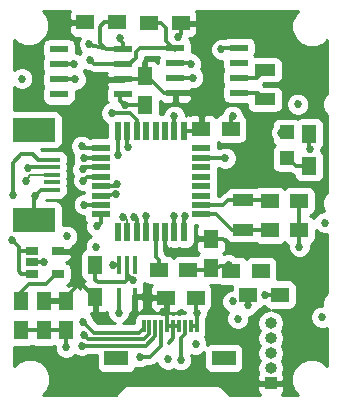
<source format=gtl>
G04 #@! TF.FileFunction,Copper,L1,Top,Signal*
%FSLAX46Y46*%
G04 Gerber Fmt 4.6, Leading zero omitted, Abs format (unit mm)*
G04 Created by KiCad (PCBNEW 4.0.5) date 05/13/17 18:28:42*
%MOMM*%
%LPD*%
G01*
G04 APERTURE LIST*
%ADD10C,0.100000*%
%ADD11R,0.300000X1.000000*%
%ADD12R,2.000000X1.300000*%
%ADD13R,1.500000X1.250000*%
%ADD14R,1.250000X1.500000*%
%ADD15R,3.600000X2.000000*%
%ADD16R,1.380000X0.400000*%
%ADD17R,1.000000X1.000000*%
%ADD18O,1.000000X1.000000*%
%ADD19R,1.500000X1.300000*%
%ADD20R,1.300000X1.500000*%
%ADD21R,1.060000X0.650000*%
%ADD22R,1.600000X0.550000*%
%ADD23R,0.550000X1.600000*%
%ADD24R,1.550000X0.600000*%
%ADD25R,0.400000X1.500000*%
%ADD26R,1.800000X1.000000*%
%ADD27R,1.200000X1.200000*%
%ADD28C,0.685800*%
%ADD29C,0.300000*%
%ADD30C,0.152400*%
%ADD31C,0.254000*%
G04 APERTURE END LIST*
D10*
D11*
X115050000Y-81923000D03*
X114550000Y-81923000D03*
X114050000Y-81923000D03*
X113550000Y-81923000D03*
X113050000Y-81923000D03*
X115550000Y-81923000D03*
X116050000Y-81923000D03*
X116550000Y-81923000D03*
X117050000Y-81923000D03*
X117550000Y-81923000D03*
D12*
X110750000Y-84623000D03*
X119850000Y-84623000D03*
D13*
X117939500Y-65214500D03*
X120439500Y-65214500D03*
D14*
X118745000Y-74505500D03*
X118745000Y-77005500D03*
D13*
X114320000Y-77152500D03*
X116820000Y-77152500D03*
X122979500Y-77216000D03*
X120479500Y-77216000D03*
D14*
X102679500Y-82276000D03*
X102679500Y-79776000D03*
X106489500Y-79776000D03*
X106489500Y-82276000D03*
D13*
X126218000Y-73787000D03*
X123718000Y-73787000D03*
X126218000Y-71310500D03*
X123718000Y-71310500D03*
D14*
X113157000Y-63226000D03*
X113157000Y-60726000D03*
D13*
X114955000Y-79502000D03*
X117455000Y-79502000D03*
D14*
X104584500Y-79776000D03*
X104584500Y-82276000D03*
D15*
X103748000Y-65288000D03*
X103748000Y-72888000D03*
D16*
X105283000Y-67818000D03*
X105283000Y-69088000D03*
X105283000Y-70358000D03*
X105283000Y-68453000D03*
X105283000Y-69723000D03*
D17*
X123825000Y-86741000D03*
D18*
X123825000Y-85471000D03*
X123825000Y-84201000D03*
X123825000Y-82931000D03*
X123825000Y-81661000D03*
D19*
X124603500Y-79248000D03*
X121903500Y-79248000D03*
X116221500Y-56261000D03*
X113521500Y-56261000D03*
X108124000Y-56197500D03*
X110824000Y-56197500D03*
D20*
X108966000Y-79455000D03*
X108966000Y-76755000D03*
D21*
X103611500Y-75567500D03*
X103611500Y-76517500D03*
X103611500Y-77467500D03*
X105811500Y-77467500D03*
X105811500Y-75567500D03*
D22*
X117915000Y-72459500D03*
X117915000Y-71659500D03*
X117915000Y-70859500D03*
X117915000Y-70059500D03*
X117915000Y-69259500D03*
X117915000Y-68459500D03*
X117915000Y-67659500D03*
X117915000Y-66859500D03*
D23*
X116465000Y-65409500D03*
X115665000Y-65409500D03*
X114865000Y-65409500D03*
X114065000Y-65409500D03*
X113265000Y-65409500D03*
X112465000Y-65409500D03*
X111665000Y-65409500D03*
X110865000Y-65409500D03*
D22*
X109415000Y-66859500D03*
X109415000Y-67659500D03*
X109415000Y-68459500D03*
X109415000Y-69259500D03*
X109415000Y-70059500D03*
X109415000Y-70859500D03*
X109415000Y-71659500D03*
X109415000Y-72459500D03*
D23*
X110865000Y-73909500D03*
X111665000Y-73909500D03*
X112465000Y-73909500D03*
X113265000Y-73909500D03*
X114065000Y-73909500D03*
X114865000Y-73909500D03*
X115665000Y-73909500D03*
X116465000Y-73909500D03*
D24*
X105885000Y-58483500D03*
X105885000Y-59753500D03*
X105885000Y-61023500D03*
X105885000Y-62293500D03*
X111285000Y-62293500D03*
X111285000Y-61023500D03*
X111285000Y-59753500D03*
X111285000Y-58483500D03*
X121127500Y-62166500D03*
X121127500Y-60896500D03*
X121127500Y-59626500D03*
X121127500Y-58356500D03*
X115727500Y-58356500D03*
X115727500Y-59626500D03*
X115727500Y-60896500D03*
X115727500Y-62166500D03*
D25*
X112283000Y-76775000D03*
X111633000Y-76775000D03*
X110983000Y-76775000D03*
X110983000Y-79435000D03*
X112283000Y-79435000D03*
D26*
X121475500Y-73767000D03*
X121475500Y-71267000D03*
X123317000Y-62718000D03*
X123317000Y-60218000D03*
D27*
X125158500Y-65511500D03*
X125158500Y-67711500D03*
D20*
X127063500Y-68342500D03*
X127063500Y-65642500D03*
D28*
X114681000Y-80708500D03*
X115951000Y-57467500D03*
X107188000Y-59753500D03*
X127127000Y-66929000D03*
X120269000Y-76708000D03*
X104648000Y-76454000D03*
X110426500Y-76771500D03*
X113220500Y-72580500D03*
X117538500Y-80772000D03*
X111442500Y-63182500D03*
X115633500Y-64135000D03*
X120586500Y-64135000D03*
X126238000Y-75184000D03*
X103822500Y-70929500D03*
X119634000Y-58483500D03*
X106489500Y-83693000D03*
X122999500Y-77216000D03*
X121856500Y-80137000D03*
X111315500Y-72644000D03*
X115125500Y-84709000D03*
X101917500Y-74612500D03*
X101981000Y-70802500D03*
X103124000Y-69659500D03*
X109093000Y-73469500D03*
X103251000Y-68516500D03*
X108013500Y-71628000D03*
X117475000Y-83439000D03*
X116522500Y-72580500D03*
X115633500Y-72580500D03*
X110934500Y-80772000D03*
X112712500Y-84518500D03*
X110744000Y-70739000D03*
X106553000Y-74295000D03*
X107823000Y-83566000D03*
X108013500Y-82677000D03*
X109029500Y-75184000D03*
X107886500Y-68643500D03*
X107950000Y-69596000D03*
X107886500Y-81534000D03*
X116205000Y-84772500D03*
X112268000Y-72644000D03*
X123317000Y-79248000D03*
X121031000Y-81280000D03*
X102743000Y-60960000D03*
X108521500Y-59372500D03*
X107823000Y-66675000D03*
X108458000Y-58039000D03*
X108013500Y-67691000D03*
X117030500Y-59690000D03*
X111061500Y-57531000D03*
X117221000Y-60896500D03*
X120586500Y-79819500D03*
X112141000Y-78041500D03*
X126111000Y-63119000D03*
X111760000Y-66738500D03*
X110871000Y-67437000D03*
X128397000Y-73152000D03*
X128143000Y-81153000D03*
X110807500Y-69850000D03*
X110363000Y-63881000D03*
X107251500Y-61023500D03*
X119951500Y-67691000D03*
X124714000Y-65532000D03*
D29*
X115550000Y-81923000D02*
X115550000Y-82951000D01*
X115550000Y-82951000D02*
X115189000Y-83312000D01*
X106489500Y-79776000D02*
X106489500Y-79438500D01*
X106489500Y-79438500D02*
X107696000Y-78232000D01*
X108919000Y-79455000D02*
X107696000Y-78232000D01*
X108966000Y-79455000D02*
X108919000Y-79455000D01*
X115050000Y-81923000D02*
X115050000Y-81077500D01*
X114955000Y-80434500D02*
X114681000Y-80708500D01*
X114955000Y-80434500D02*
X114955000Y-79502000D01*
X115050000Y-81077500D02*
X114681000Y-80708500D01*
X116221500Y-56261000D02*
X116221500Y-57197000D01*
X116221500Y-57197000D02*
X115951000Y-57467500D01*
X118745000Y-74505500D02*
X119781000Y-74505500D01*
X119781000Y-74505500D02*
X120269000Y-74993500D01*
X115727500Y-62166500D02*
X114744500Y-62166500D01*
X114744500Y-62166500D02*
X113304000Y-60726000D01*
X113304000Y-60726000D02*
X113157000Y-60726000D01*
X111094500Y-61023500D02*
X112669000Y-61023500D01*
X112669000Y-61023500D02*
X112966500Y-60726000D01*
X114865000Y-73909500D02*
X114865000Y-75558500D01*
X114865000Y-75558500D02*
X114871500Y-75565000D01*
X106810500Y-79455000D02*
X106489500Y-79776000D01*
X116050000Y-81923000D02*
X115550000Y-81923000D01*
X115050000Y-81923000D02*
X115550000Y-81923000D01*
X116465000Y-65409500D02*
X117744500Y-65409500D01*
X117744500Y-65409500D02*
X117939500Y-65214500D01*
X127063500Y-65642500D02*
X127063500Y-66865500D01*
X127063500Y-66865500D02*
X127127000Y-66929000D01*
X120225500Y-76751500D02*
X120269000Y-76708000D01*
X120225500Y-76751500D02*
X118745000Y-77005500D01*
X103611500Y-76517500D02*
X104584500Y-76517500D01*
X104584500Y-76517500D02*
X104648000Y-76454000D01*
X110983000Y-76775000D02*
X110411500Y-76756500D01*
X110411500Y-76756500D02*
X110426500Y-76771500D01*
X113265000Y-73909500D02*
X113265000Y-72625000D01*
X113265000Y-72625000D02*
X113220500Y-72580500D01*
X116820000Y-77152500D02*
X118598000Y-77152500D01*
X118598000Y-77152500D02*
X118745000Y-77005500D01*
X117455000Y-79502000D02*
X117455000Y-80688500D01*
X117550000Y-80783500D02*
X117538500Y-80772000D01*
X117550000Y-80783500D02*
X117550000Y-81923000D01*
X117455000Y-80688500D02*
X117538500Y-80772000D01*
X117050000Y-81923000D02*
X117550000Y-81923000D01*
X111094500Y-62293500D02*
X111094500Y-62834500D01*
X111486000Y-63226000D02*
X111442500Y-63182500D01*
X111486000Y-63226000D02*
X112966500Y-63226000D01*
X111094500Y-62834500D02*
X111442500Y-63182500D01*
X115665000Y-65409500D02*
X115665000Y-64166500D01*
X115665000Y-64166500D02*
X115633500Y-64135000D01*
X120439500Y-65214500D02*
X120439500Y-64282000D01*
X120439500Y-64282000D02*
X120586500Y-64135000D01*
X126218000Y-71310500D02*
X126218000Y-73787000D01*
X126218000Y-73787000D02*
X126238000Y-73807000D01*
X126238000Y-73807000D02*
X126238000Y-75184000D01*
X105694500Y-59753500D02*
X107188000Y-59753500D01*
X103748000Y-72888000D02*
X103748000Y-71004000D01*
X104394000Y-70358000D02*
X103822500Y-70929500D01*
X104394000Y-70358000D02*
X105283000Y-70358000D01*
X103748000Y-71004000D02*
X103822500Y-70929500D01*
X121127500Y-58356500D02*
X119761000Y-58356500D01*
X119761000Y-58356500D02*
X119634000Y-58483500D01*
X102679500Y-82276000D02*
X104584500Y-82276000D01*
X104584500Y-82276000D02*
X106489500Y-82276000D01*
X106489500Y-82276000D02*
X106489500Y-83693000D01*
X114065000Y-73909500D02*
X114065000Y-76028500D01*
X114320000Y-76283500D02*
X114320000Y-77152500D01*
X114065000Y-76028500D02*
X114320000Y-76283500D01*
X114065000Y-76897500D02*
X114320000Y-77152500D01*
X122999500Y-77216000D02*
X122979500Y-77216000D01*
X121903500Y-79248000D02*
X121903500Y-80090000D01*
X121903500Y-80090000D02*
X121856500Y-80137000D01*
D30*
X111665000Y-73909500D02*
X111665000Y-72803000D01*
X111665000Y-72803000D02*
X111315500Y-72644000D01*
D29*
X105811500Y-77467500D02*
X105666500Y-77467500D01*
X105666500Y-77467500D02*
X104775000Y-78359000D01*
X104775000Y-78359000D02*
X103314500Y-78359000D01*
X103314500Y-78359000D02*
X102679500Y-78994000D01*
X102679500Y-78994000D02*
X102679500Y-79776000D01*
X121475500Y-73767000D02*
X123698000Y-73767000D01*
X123698000Y-73767000D02*
X123718000Y-73787000D01*
X117915000Y-72459500D02*
X119195500Y-72459500D01*
X120503000Y-73767000D02*
X121475500Y-73767000D01*
X119195500Y-72459500D02*
X120503000Y-73767000D01*
X121475500Y-71267000D02*
X123674500Y-71267000D01*
X123674500Y-71267000D02*
X123718000Y-71310500D01*
X117915000Y-71659500D02*
X119793000Y-71659500D01*
X120185500Y-71267000D02*
X121475500Y-71267000D01*
X119793000Y-71659500D02*
X120185500Y-71267000D01*
X105283000Y-67818000D02*
X104140000Y-67818000D01*
X102489000Y-75184000D02*
X102489000Y-75755500D01*
X101917500Y-74612500D02*
X102489000Y-75184000D01*
X101981000Y-68072000D02*
X101981000Y-70802500D01*
X102679500Y-67373500D02*
X101981000Y-68072000D01*
X103695500Y-67373500D02*
X102679500Y-67373500D01*
X104140000Y-67818000D02*
X103695500Y-67373500D01*
X103611500Y-75567500D02*
X102677000Y-75567500D01*
X102677000Y-77467500D02*
X103611500Y-77467500D01*
X102489000Y-77279500D02*
X102677000Y-77467500D01*
X102489000Y-75755500D02*
X102489000Y-77279500D01*
X102677000Y-75567500D02*
X102489000Y-75755500D01*
X109415000Y-72459500D02*
X109415000Y-73147500D01*
D30*
X103441500Y-69088000D02*
X105283000Y-69088000D01*
X103124000Y-69659500D02*
X103441500Y-69088000D01*
D29*
X109415000Y-73147500D02*
X109093000Y-73469500D01*
X109415000Y-71659500D02*
X108045000Y-71659500D01*
X103314500Y-68453000D02*
X105283000Y-68453000D01*
X103251000Y-68516500D02*
X103314500Y-68453000D01*
X108045000Y-71659500D02*
X108013500Y-71628000D01*
X116465000Y-73909500D02*
X116465000Y-72459500D01*
X116465000Y-72459500D02*
X116522500Y-72580500D01*
X115665000Y-73909500D02*
X115665000Y-72739000D01*
X115665000Y-72739000D02*
X115633500Y-72580500D01*
X114550000Y-82681000D02*
X114550000Y-83570000D01*
X110983000Y-79435000D02*
X110983000Y-80723500D01*
X110934500Y-80772000D02*
X110983000Y-80723500D01*
X114550000Y-82681000D02*
X114550000Y-81923000D01*
X113601500Y-84518500D02*
X112712500Y-84518500D01*
X114550000Y-83570000D02*
X113601500Y-84518500D01*
X114050000Y-81923000D02*
X114050000Y-82736500D01*
X110737500Y-70732500D02*
X109415000Y-70859500D01*
X110744000Y-70739000D02*
X110737500Y-70732500D01*
X113220500Y-83566000D02*
X107823000Y-83566000D01*
X114050000Y-82736500D02*
X113220500Y-83566000D01*
X113550000Y-82588800D02*
X113550000Y-81923000D01*
X108381800Y-83045300D02*
X108013500Y-82677000D01*
X113093500Y-83045300D02*
X108381800Y-83045300D01*
X113550000Y-82588800D02*
X113093500Y-83045300D01*
X108070500Y-68459500D02*
X109415000Y-68459500D01*
X107886500Y-68643500D02*
X108070500Y-68459500D01*
X113050000Y-81923000D02*
X113050000Y-82072800D01*
X113050000Y-82072800D02*
X112649000Y-82473800D01*
X112649000Y-82473800D02*
X108826300Y-82473800D01*
X108286500Y-69259500D02*
X109415000Y-69259500D01*
X108286500Y-69259500D02*
X107950000Y-69596000D01*
X108826300Y-82473800D02*
X107886500Y-81534000D01*
X116550000Y-81923000D02*
X116550000Y-82586000D01*
X116550000Y-82586000D02*
X116205000Y-82931000D01*
X116205000Y-82931000D02*
X116205000Y-84772500D01*
X112268000Y-72644000D02*
X112465000Y-72841000D01*
X112465000Y-72841000D02*
X112465000Y-73909500D01*
X123317000Y-79248000D02*
X124603500Y-79248000D01*
X111031000Y-59690000D02*
X108839000Y-59690000D01*
X108521500Y-59372500D02*
X108839000Y-59690000D01*
X108007500Y-66859500D02*
X107823000Y-66675000D01*
X108007500Y-66859500D02*
X109415000Y-66859500D01*
D30*
X111031000Y-59690000D02*
X111094500Y-59753500D01*
X109415000Y-66859500D02*
X108833000Y-66859500D01*
X110967500Y-59880500D02*
X111094500Y-59753500D01*
X111094500Y-59753500D02*
X111823500Y-59753500D01*
D29*
X111823500Y-59753500D02*
X112395000Y-59182000D01*
X112712500Y-58356500D02*
X115727500Y-58356500D01*
X112395000Y-58674000D02*
X112712500Y-58356500D01*
X112395000Y-59182000D02*
X112395000Y-58674000D01*
D30*
X115727500Y-58356500D02*
X115727500Y-58539400D01*
D29*
X115727500Y-58539400D02*
X114935000Y-57746900D01*
X114935000Y-57746900D02*
X114935000Y-56642000D01*
X114935000Y-56642000D02*
X114554000Y-56261000D01*
X114554000Y-56261000D02*
X113521500Y-56261000D01*
X110045500Y-58483500D02*
X108521500Y-58102500D01*
X108458000Y-58039000D02*
X108521500Y-58102500D01*
X108045000Y-67659500D02*
X108013500Y-67691000D01*
X108045000Y-67659500D02*
X109415000Y-67659500D01*
X111285000Y-58483500D02*
X111285000Y-57942500D01*
X116967000Y-59626500D02*
X115727500Y-59626500D01*
X117030500Y-59690000D02*
X116967000Y-59626500D01*
X111061500Y-57719000D02*
X111061500Y-57531000D01*
X111285000Y-57942500D02*
X111061500Y-57719000D01*
X111094500Y-58483500D02*
X110045500Y-58483500D01*
X110045500Y-58483500D02*
X109855000Y-58483500D01*
X109855000Y-58483500D02*
X109347000Y-57975500D01*
X109347000Y-57975500D02*
X109347000Y-56578500D01*
X109347000Y-56578500D02*
X109728000Y-56197500D01*
X109728000Y-56197500D02*
X110824000Y-56197500D01*
X115727500Y-60896500D02*
X117221000Y-60896500D01*
X112141000Y-78041500D02*
X111633000Y-77533500D01*
X111633000Y-77533500D02*
X111633000Y-76775000D01*
X108966000Y-76755000D02*
X108966000Y-77978000D01*
X108966000Y-77978000D02*
X109156500Y-78168500D01*
X109156500Y-78168500D02*
X111442500Y-78168500D01*
X111442500Y-78168500D02*
X111633000Y-77978000D01*
X111633000Y-77978000D02*
X111633000Y-76775000D01*
X111665000Y-66643500D02*
X111760000Y-66738500D01*
X111665000Y-65409500D02*
X111665000Y-66643500D01*
X110865000Y-65409500D02*
X110865000Y-67431000D01*
X110865000Y-67431000D02*
X110871000Y-67437000D01*
X110598000Y-70059500D02*
X109415000Y-70059500D01*
X110598000Y-70059500D02*
X110807500Y-69850000D01*
X112465000Y-65409500D02*
X112465000Y-64459000D01*
X112465000Y-64459000D02*
X111887000Y-63881000D01*
X111887000Y-63881000D02*
X110363000Y-63881000D01*
X107251500Y-61023500D02*
X105885000Y-61023500D01*
X121127500Y-62166500D02*
X122765500Y-62166500D01*
X122765500Y-62166500D02*
X123317000Y-62718000D01*
X121127500Y-60896500D02*
X122638500Y-60896500D01*
X122638500Y-60896500D02*
X123317000Y-60218000D01*
X117915000Y-67659500D02*
X119920000Y-67659500D01*
X119920000Y-67659500D02*
X119951500Y-67691000D01*
X124714000Y-65532000D02*
X124734500Y-65511500D01*
D30*
X124734500Y-65511500D02*
X124777500Y-65511500D01*
D29*
X125158500Y-67711500D02*
X125306000Y-67711500D01*
X125306000Y-67711500D02*
X125937000Y-68342500D01*
X125937000Y-68342500D02*
X127063500Y-68342500D01*
D31*
G36*
X127842341Y-73980540D02*
X128201630Y-74129730D01*
X128573303Y-74130054D01*
X128572883Y-79086196D01*
X128292355Y-79366235D01*
X128119197Y-79783244D01*
X128118855Y-80175079D01*
X127949337Y-80174931D01*
X127589788Y-80323493D01*
X127314460Y-80598341D01*
X127165270Y-80957630D01*
X127164931Y-81346663D01*
X127313493Y-81706212D01*
X127588341Y-81981540D01*
X127947630Y-82130730D01*
X128336663Y-82131069D01*
X128572634Y-82033568D01*
X128572361Y-85250215D01*
X128263482Y-84940796D01*
X127626027Y-84676101D01*
X126935801Y-84675499D01*
X126297885Y-84939081D01*
X125809396Y-85426718D01*
X125544701Y-86064173D01*
X125544099Y-86754399D01*
X125807681Y-87392315D01*
X126146374Y-87731600D01*
X124732425Y-87731600D01*
X124863327Y-87600699D01*
X124960000Y-87367310D01*
X124960000Y-87026750D01*
X124801250Y-86868000D01*
X123952000Y-86868000D01*
X123952000Y-86888000D01*
X123698000Y-86888000D01*
X123698000Y-86868000D01*
X122848750Y-86868000D01*
X122690000Y-87026750D01*
X122690000Y-87367310D01*
X122786673Y-87600699D01*
X122917575Y-87731600D01*
X120332494Y-87731600D01*
X119653568Y-87080167D01*
X119534774Y-87004294D01*
X119417605Y-86926004D01*
X119409749Y-86924441D01*
X119402997Y-86920129D01*
X119264230Y-86895496D01*
X119126000Y-86868000D01*
X111912400Y-86868000D01*
X111894033Y-86871654D01*
X111874517Y-86868103D01*
X111583902Y-86930875D01*
X111339430Y-87100084D01*
X110728274Y-87731600D01*
X104561498Y-87731600D01*
X104898804Y-87394882D01*
X105163499Y-86757427D01*
X105164101Y-86067201D01*
X104900519Y-85429285D01*
X104412882Y-84940796D01*
X103775427Y-84676101D01*
X103085201Y-84675499D01*
X102447285Y-84939081D01*
X102108000Y-85277774D01*
X102108000Y-83673440D01*
X103304500Y-83673440D01*
X103539817Y-83629162D01*
X103631303Y-83570293D01*
X103707610Y-83622431D01*
X103959500Y-83673440D01*
X105209500Y-83673440D01*
X105444817Y-83629162D01*
X105511693Y-83586129D01*
X105511431Y-83886663D01*
X105659993Y-84246212D01*
X105934841Y-84521540D01*
X106294130Y-84670730D01*
X106683163Y-84671069D01*
X107042712Y-84522507D01*
X107219707Y-84345821D01*
X107268341Y-84394540D01*
X107627630Y-84543730D01*
X108016663Y-84544069D01*
X108376212Y-84395507D01*
X108420797Y-84351000D01*
X109102560Y-84351000D01*
X109102560Y-85273000D01*
X109146838Y-85508317D01*
X109285910Y-85724441D01*
X109498110Y-85869431D01*
X109750000Y-85920440D01*
X111750000Y-85920440D01*
X111985317Y-85876162D01*
X112201441Y-85737090D01*
X112346431Y-85524890D01*
X112365025Y-85433070D01*
X112517130Y-85496230D01*
X112906163Y-85496569D01*
X113265712Y-85348007D01*
X113310297Y-85303500D01*
X113601500Y-85303500D01*
X113901907Y-85243745D01*
X114156579Y-85073579D01*
X114200078Y-85030080D01*
X114295993Y-85262212D01*
X114570841Y-85537540D01*
X114930130Y-85686730D01*
X115319163Y-85687069D01*
X115614431Y-85565067D01*
X115650341Y-85601040D01*
X116009630Y-85750230D01*
X116398663Y-85750569D01*
X116758212Y-85602007D01*
X117033540Y-85327159D01*
X117182730Y-84967870D01*
X117183069Y-84578837D01*
X117082218Y-84334757D01*
X117279630Y-84416730D01*
X117668663Y-84417069D01*
X118028212Y-84268507D01*
X118202560Y-84094463D01*
X118202560Y-85273000D01*
X118246838Y-85508317D01*
X118385910Y-85724441D01*
X118598110Y-85869431D01*
X118850000Y-85920440D01*
X120850000Y-85920440D01*
X121085317Y-85876162D01*
X121301441Y-85737090D01*
X121446431Y-85524890D01*
X121497440Y-85273000D01*
X121497440Y-83973000D01*
X121453162Y-83737683D01*
X121314090Y-83521559D01*
X121101890Y-83376569D01*
X120850000Y-83325560D01*
X118850000Y-83325560D01*
X118614683Y-83369838D01*
X118452870Y-83473962D01*
X118453069Y-83245337D01*
X118304507Y-82885788D01*
X118214166Y-82795289D01*
X118296431Y-82674890D01*
X118347440Y-82423000D01*
X118347440Y-81423000D01*
X118335278Y-81358365D01*
X118367040Y-81326659D01*
X118516230Y-80967370D01*
X118516479Y-80681153D01*
X118656441Y-80591090D01*
X118801431Y-80378890D01*
X118852440Y-80127000D01*
X118852440Y-78877000D01*
X118808162Y-78641683D01*
X118669090Y-78425559D01*
X118635986Y-78402940D01*
X119370000Y-78402940D01*
X119414795Y-78394511D01*
X119477610Y-78437431D01*
X119729500Y-78488440D01*
X120528246Y-78488440D01*
X120506060Y-78598000D01*
X120506060Y-78841530D01*
X120392837Y-78841431D01*
X120033288Y-78989993D01*
X119757960Y-79264841D01*
X119608770Y-79624130D01*
X119608431Y-80013163D01*
X119756993Y-80372712D01*
X120031841Y-80648040D01*
X120207026Y-80720783D01*
X120202460Y-80725341D01*
X120053270Y-81084630D01*
X120052931Y-81473663D01*
X120201493Y-81833212D01*
X120476341Y-82108540D01*
X120835630Y-82257730D01*
X121224663Y-82258069D01*
X121584212Y-82109507D01*
X121859540Y-81834659D01*
X122008730Y-81475370D01*
X122009044Y-81115033D01*
X122050163Y-81115069D01*
X122409712Y-80966507D01*
X122685040Y-80691659D01*
X122753575Y-80526610D01*
X122888817Y-80501162D01*
X123104941Y-80362090D01*
X123198066Y-80225797D01*
X123309910Y-80225894D01*
X123389410Y-80349441D01*
X123601610Y-80494431D01*
X123779931Y-80530542D01*
X123368418Y-80612397D01*
X123000198Y-80858434D01*
X122754161Y-81226654D01*
X122667764Y-81661000D01*
X122754161Y-82095346D01*
X122888234Y-82296000D01*
X122754161Y-82496654D01*
X122667764Y-82931000D01*
X122754161Y-83365346D01*
X122888234Y-83566000D01*
X122754161Y-83766654D01*
X122667764Y-84201000D01*
X122754161Y-84635346D01*
X122888234Y-84836000D01*
X122754161Y-85036654D01*
X122667764Y-85471000D01*
X122754161Y-85905346D01*
X122768083Y-85926182D01*
X122690000Y-86114690D01*
X122690000Y-86455250D01*
X122848750Y-86614000D01*
X123698000Y-86614000D01*
X123698000Y-86594000D01*
X123742436Y-86594000D01*
X123802764Y-86606000D01*
X123847236Y-86606000D01*
X123907564Y-86594000D01*
X123952000Y-86594000D01*
X123952000Y-86614000D01*
X124801250Y-86614000D01*
X124960000Y-86455250D01*
X124960000Y-86114690D01*
X124881917Y-85926182D01*
X124895839Y-85905346D01*
X124982236Y-85471000D01*
X124895839Y-85036654D01*
X124761766Y-84836000D01*
X124895839Y-84635346D01*
X124982236Y-84201000D01*
X124895839Y-83766654D01*
X124761766Y-83566000D01*
X124895839Y-83365346D01*
X124982236Y-82931000D01*
X124895839Y-82496654D01*
X124761766Y-82296000D01*
X124895839Y-82095346D01*
X124982236Y-81661000D01*
X124895839Y-81226654D01*
X124649802Y-80858434D01*
X124281582Y-80612397D01*
X123944967Y-80545440D01*
X125353500Y-80545440D01*
X125588817Y-80501162D01*
X125804941Y-80362090D01*
X125949931Y-80149890D01*
X126000940Y-79898000D01*
X126000940Y-78598000D01*
X125956662Y-78362683D01*
X125817590Y-78146559D01*
X125605390Y-78001569D01*
X125353500Y-77950560D01*
X124354754Y-77950560D01*
X124376940Y-77841000D01*
X124376940Y-76591000D01*
X124332662Y-76355683D01*
X124193590Y-76139559D01*
X123981390Y-75994569D01*
X123729500Y-75943560D01*
X122229500Y-75943560D01*
X121994183Y-75987838D01*
X121778059Y-76126910D01*
X121730366Y-76196711D01*
X121693590Y-76139559D01*
X121481390Y-75994569D01*
X121229500Y-75943560D01*
X120887647Y-75943560D01*
X120823659Y-75879460D01*
X120464370Y-75730270D01*
X120075337Y-75729931D01*
X119847079Y-75824245D01*
X119834090Y-75804059D01*
X119765994Y-75757531D01*
X119908327Y-75615198D01*
X120005000Y-75381809D01*
X120005000Y-74791250D01*
X119846252Y-74632502D01*
X120005000Y-74632502D01*
X120005000Y-74553075D01*
X120111410Y-74718441D01*
X120323610Y-74863431D01*
X120575500Y-74914440D01*
X122375500Y-74914440D01*
X122534706Y-74884483D01*
X122716110Y-75008431D01*
X122968000Y-75059440D01*
X124468000Y-75059440D01*
X124703317Y-75015162D01*
X124919441Y-74876090D01*
X124967134Y-74806289D01*
X125003910Y-74863441D01*
X125216110Y-75008431D01*
X125260245Y-75017369D01*
X125259931Y-75377663D01*
X125408493Y-75737212D01*
X125683341Y-76012540D01*
X126042630Y-76161730D01*
X126431663Y-76162069D01*
X126791212Y-76013507D01*
X127066540Y-75738659D01*
X127215730Y-75379370D01*
X127216055Y-75006966D01*
X127419441Y-74876090D01*
X127564431Y-74663890D01*
X127615440Y-74412000D01*
X127615440Y-73753243D01*
X127842341Y-73980540D01*
X127842341Y-73980540D01*
G37*
X127842341Y-73980540D02*
X128201630Y-74129730D01*
X128573303Y-74130054D01*
X128572883Y-79086196D01*
X128292355Y-79366235D01*
X128119197Y-79783244D01*
X128118855Y-80175079D01*
X127949337Y-80174931D01*
X127589788Y-80323493D01*
X127314460Y-80598341D01*
X127165270Y-80957630D01*
X127164931Y-81346663D01*
X127313493Y-81706212D01*
X127588341Y-81981540D01*
X127947630Y-82130730D01*
X128336663Y-82131069D01*
X128572634Y-82033568D01*
X128572361Y-85250215D01*
X128263482Y-84940796D01*
X127626027Y-84676101D01*
X126935801Y-84675499D01*
X126297885Y-84939081D01*
X125809396Y-85426718D01*
X125544701Y-86064173D01*
X125544099Y-86754399D01*
X125807681Y-87392315D01*
X126146374Y-87731600D01*
X124732425Y-87731600D01*
X124863327Y-87600699D01*
X124960000Y-87367310D01*
X124960000Y-87026750D01*
X124801250Y-86868000D01*
X123952000Y-86868000D01*
X123952000Y-86888000D01*
X123698000Y-86888000D01*
X123698000Y-86868000D01*
X122848750Y-86868000D01*
X122690000Y-87026750D01*
X122690000Y-87367310D01*
X122786673Y-87600699D01*
X122917575Y-87731600D01*
X120332494Y-87731600D01*
X119653568Y-87080167D01*
X119534774Y-87004294D01*
X119417605Y-86926004D01*
X119409749Y-86924441D01*
X119402997Y-86920129D01*
X119264230Y-86895496D01*
X119126000Y-86868000D01*
X111912400Y-86868000D01*
X111894033Y-86871654D01*
X111874517Y-86868103D01*
X111583902Y-86930875D01*
X111339430Y-87100084D01*
X110728274Y-87731600D01*
X104561498Y-87731600D01*
X104898804Y-87394882D01*
X105163499Y-86757427D01*
X105164101Y-86067201D01*
X104900519Y-85429285D01*
X104412882Y-84940796D01*
X103775427Y-84676101D01*
X103085201Y-84675499D01*
X102447285Y-84939081D01*
X102108000Y-85277774D01*
X102108000Y-83673440D01*
X103304500Y-83673440D01*
X103539817Y-83629162D01*
X103631303Y-83570293D01*
X103707610Y-83622431D01*
X103959500Y-83673440D01*
X105209500Y-83673440D01*
X105444817Y-83629162D01*
X105511693Y-83586129D01*
X105511431Y-83886663D01*
X105659993Y-84246212D01*
X105934841Y-84521540D01*
X106294130Y-84670730D01*
X106683163Y-84671069D01*
X107042712Y-84522507D01*
X107219707Y-84345821D01*
X107268341Y-84394540D01*
X107627630Y-84543730D01*
X108016663Y-84544069D01*
X108376212Y-84395507D01*
X108420797Y-84351000D01*
X109102560Y-84351000D01*
X109102560Y-85273000D01*
X109146838Y-85508317D01*
X109285910Y-85724441D01*
X109498110Y-85869431D01*
X109750000Y-85920440D01*
X111750000Y-85920440D01*
X111985317Y-85876162D01*
X112201441Y-85737090D01*
X112346431Y-85524890D01*
X112365025Y-85433070D01*
X112517130Y-85496230D01*
X112906163Y-85496569D01*
X113265712Y-85348007D01*
X113310297Y-85303500D01*
X113601500Y-85303500D01*
X113901907Y-85243745D01*
X114156579Y-85073579D01*
X114200078Y-85030080D01*
X114295993Y-85262212D01*
X114570841Y-85537540D01*
X114930130Y-85686730D01*
X115319163Y-85687069D01*
X115614431Y-85565067D01*
X115650341Y-85601040D01*
X116009630Y-85750230D01*
X116398663Y-85750569D01*
X116758212Y-85602007D01*
X117033540Y-85327159D01*
X117182730Y-84967870D01*
X117183069Y-84578837D01*
X117082218Y-84334757D01*
X117279630Y-84416730D01*
X117668663Y-84417069D01*
X118028212Y-84268507D01*
X118202560Y-84094463D01*
X118202560Y-85273000D01*
X118246838Y-85508317D01*
X118385910Y-85724441D01*
X118598110Y-85869431D01*
X118850000Y-85920440D01*
X120850000Y-85920440D01*
X121085317Y-85876162D01*
X121301441Y-85737090D01*
X121446431Y-85524890D01*
X121497440Y-85273000D01*
X121497440Y-83973000D01*
X121453162Y-83737683D01*
X121314090Y-83521559D01*
X121101890Y-83376569D01*
X120850000Y-83325560D01*
X118850000Y-83325560D01*
X118614683Y-83369838D01*
X118452870Y-83473962D01*
X118453069Y-83245337D01*
X118304507Y-82885788D01*
X118214166Y-82795289D01*
X118296431Y-82674890D01*
X118347440Y-82423000D01*
X118347440Y-81423000D01*
X118335278Y-81358365D01*
X118367040Y-81326659D01*
X118516230Y-80967370D01*
X118516479Y-80681153D01*
X118656441Y-80591090D01*
X118801431Y-80378890D01*
X118852440Y-80127000D01*
X118852440Y-78877000D01*
X118808162Y-78641683D01*
X118669090Y-78425559D01*
X118635986Y-78402940D01*
X119370000Y-78402940D01*
X119414795Y-78394511D01*
X119477610Y-78437431D01*
X119729500Y-78488440D01*
X120528246Y-78488440D01*
X120506060Y-78598000D01*
X120506060Y-78841530D01*
X120392837Y-78841431D01*
X120033288Y-78989993D01*
X119757960Y-79264841D01*
X119608770Y-79624130D01*
X119608431Y-80013163D01*
X119756993Y-80372712D01*
X120031841Y-80648040D01*
X120207026Y-80720783D01*
X120202460Y-80725341D01*
X120053270Y-81084630D01*
X120052931Y-81473663D01*
X120201493Y-81833212D01*
X120476341Y-82108540D01*
X120835630Y-82257730D01*
X121224663Y-82258069D01*
X121584212Y-82109507D01*
X121859540Y-81834659D01*
X122008730Y-81475370D01*
X122009044Y-81115033D01*
X122050163Y-81115069D01*
X122409712Y-80966507D01*
X122685040Y-80691659D01*
X122753575Y-80526610D01*
X122888817Y-80501162D01*
X123104941Y-80362090D01*
X123198066Y-80225797D01*
X123309910Y-80225894D01*
X123389410Y-80349441D01*
X123601610Y-80494431D01*
X123779931Y-80530542D01*
X123368418Y-80612397D01*
X123000198Y-80858434D01*
X122754161Y-81226654D01*
X122667764Y-81661000D01*
X122754161Y-82095346D01*
X122888234Y-82296000D01*
X122754161Y-82496654D01*
X122667764Y-82931000D01*
X122754161Y-83365346D01*
X122888234Y-83566000D01*
X122754161Y-83766654D01*
X122667764Y-84201000D01*
X122754161Y-84635346D01*
X122888234Y-84836000D01*
X122754161Y-85036654D01*
X122667764Y-85471000D01*
X122754161Y-85905346D01*
X122768083Y-85926182D01*
X122690000Y-86114690D01*
X122690000Y-86455250D01*
X122848750Y-86614000D01*
X123698000Y-86614000D01*
X123698000Y-86594000D01*
X123742436Y-86594000D01*
X123802764Y-86606000D01*
X123847236Y-86606000D01*
X123907564Y-86594000D01*
X123952000Y-86594000D01*
X123952000Y-86614000D01*
X124801250Y-86614000D01*
X124960000Y-86455250D01*
X124960000Y-86114690D01*
X124881917Y-85926182D01*
X124895839Y-85905346D01*
X124982236Y-85471000D01*
X124895839Y-85036654D01*
X124761766Y-84836000D01*
X124895839Y-84635346D01*
X124982236Y-84201000D01*
X124895839Y-83766654D01*
X124761766Y-83566000D01*
X124895839Y-83365346D01*
X124982236Y-82931000D01*
X124895839Y-82496654D01*
X124761766Y-82296000D01*
X124895839Y-82095346D01*
X124982236Y-81661000D01*
X124895839Y-81226654D01*
X124649802Y-80858434D01*
X124281582Y-80612397D01*
X123944967Y-80545440D01*
X125353500Y-80545440D01*
X125588817Y-80501162D01*
X125804941Y-80362090D01*
X125949931Y-80149890D01*
X126000940Y-79898000D01*
X126000940Y-78598000D01*
X125956662Y-78362683D01*
X125817590Y-78146559D01*
X125605390Y-78001569D01*
X125353500Y-77950560D01*
X124354754Y-77950560D01*
X124376940Y-77841000D01*
X124376940Y-76591000D01*
X124332662Y-76355683D01*
X124193590Y-76139559D01*
X123981390Y-75994569D01*
X123729500Y-75943560D01*
X122229500Y-75943560D01*
X121994183Y-75987838D01*
X121778059Y-76126910D01*
X121730366Y-76196711D01*
X121693590Y-76139559D01*
X121481390Y-75994569D01*
X121229500Y-75943560D01*
X120887647Y-75943560D01*
X120823659Y-75879460D01*
X120464370Y-75730270D01*
X120075337Y-75729931D01*
X119847079Y-75824245D01*
X119834090Y-75804059D01*
X119765994Y-75757531D01*
X119908327Y-75615198D01*
X120005000Y-75381809D01*
X120005000Y-74791250D01*
X119846252Y-74632502D01*
X120005000Y-74632502D01*
X120005000Y-74553075D01*
X120111410Y-74718441D01*
X120323610Y-74863431D01*
X120575500Y-74914440D01*
X122375500Y-74914440D01*
X122534706Y-74884483D01*
X122716110Y-75008431D01*
X122968000Y-75059440D01*
X124468000Y-75059440D01*
X124703317Y-75015162D01*
X124919441Y-74876090D01*
X124967134Y-74806289D01*
X125003910Y-74863441D01*
X125216110Y-75008431D01*
X125260245Y-75017369D01*
X125259931Y-75377663D01*
X125408493Y-75737212D01*
X125683341Y-76012540D01*
X126042630Y-76161730D01*
X126431663Y-76162069D01*
X126791212Y-76013507D01*
X127066540Y-75738659D01*
X127215730Y-75379370D01*
X127216055Y-75006966D01*
X127419441Y-74876090D01*
X127564431Y-74663890D01*
X127615440Y-74412000D01*
X127615440Y-73753243D01*
X127842341Y-73980540D01*
G36*
X113318110Y-78373931D02*
X113570000Y-78424940D01*
X113759035Y-78424940D01*
X113666673Y-78517301D01*
X113570000Y-78750690D01*
X113570000Y-79216250D01*
X113728750Y-79375000D01*
X114828000Y-79375000D01*
X114828000Y-79355000D01*
X115082000Y-79355000D01*
X115082000Y-79375000D01*
X115102000Y-79375000D01*
X115102000Y-79629000D01*
X115082000Y-79629000D01*
X115082000Y-80603250D01*
X115240750Y-80762000D01*
X115831309Y-80762000D01*
X116064698Y-80665327D01*
X116205936Y-80524090D01*
X116240910Y-80578441D01*
X116453110Y-80723431D01*
X116560623Y-80745203D01*
X116560597Y-80775560D01*
X116400000Y-80775560D01*
X116328676Y-80788981D01*
X116326309Y-80788000D01*
X116283750Y-80788000D01*
X116272129Y-80799621D01*
X116164683Y-80819838D01*
X116061354Y-80886329D01*
X116059698Y-80884673D01*
X115826309Y-80788000D01*
X115773691Y-80788000D01*
X115550000Y-80880656D01*
X115326309Y-80788000D01*
X115273691Y-80788000D01*
X115040302Y-80884673D01*
X115038932Y-80886043D01*
X114951890Y-80826569D01*
X114830170Y-80801920D01*
X114816250Y-80788000D01*
X114773691Y-80788000D01*
X114769665Y-80789668D01*
X114700000Y-80775560D01*
X114400000Y-80775560D01*
X114296329Y-80795067D01*
X114200000Y-80775560D01*
X113900000Y-80775560D01*
X113796329Y-80795067D01*
X113700000Y-80775560D01*
X113400000Y-80775560D01*
X113296329Y-80795067D01*
X113200000Y-80775560D01*
X112900000Y-80775560D01*
X112664683Y-80819838D01*
X112448559Y-80958910D01*
X112303569Y-81171110D01*
X112252560Y-81423000D01*
X112252560Y-81688800D01*
X111276446Y-81688800D01*
X111487712Y-81601507D01*
X111763040Y-81326659D01*
X111912230Y-80967370D01*
X111912374Y-80801644D01*
X111956690Y-80820000D01*
X112024250Y-80820000D01*
X112183000Y-80661250D01*
X112183000Y-79562000D01*
X112383000Y-79562000D01*
X112383000Y-80661250D01*
X112541750Y-80820000D01*
X112609310Y-80820000D01*
X112842699Y-80723327D01*
X113021327Y-80544698D01*
X113118000Y-80311309D01*
X113118000Y-79787750D01*
X113570000Y-79787750D01*
X113570000Y-80253310D01*
X113666673Y-80486699D01*
X113845302Y-80665327D01*
X114078691Y-80762000D01*
X114669250Y-80762000D01*
X114828000Y-80603250D01*
X114828000Y-79629000D01*
X113728750Y-79629000D01*
X113570000Y-79787750D01*
X113118000Y-79787750D01*
X113118000Y-79720750D01*
X112959250Y-79562000D01*
X112383000Y-79562000D01*
X112183000Y-79562000D01*
X112136000Y-79562000D01*
X112136000Y-79308000D01*
X112183000Y-79308000D01*
X112183000Y-79288000D01*
X112383000Y-79288000D01*
X112383000Y-79308000D01*
X112959250Y-79308000D01*
X113118000Y-79149250D01*
X113118000Y-78558691D01*
X113051631Y-78398462D01*
X113118461Y-78237517D01*
X113318110Y-78373931D01*
X113318110Y-78373931D01*
G37*
X113318110Y-78373931D02*
X113570000Y-78424940D01*
X113759035Y-78424940D01*
X113666673Y-78517301D01*
X113570000Y-78750690D01*
X113570000Y-79216250D01*
X113728750Y-79375000D01*
X114828000Y-79375000D01*
X114828000Y-79355000D01*
X115082000Y-79355000D01*
X115082000Y-79375000D01*
X115102000Y-79375000D01*
X115102000Y-79629000D01*
X115082000Y-79629000D01*
X115082000Y-80603250D01*
X115240750Y-80762000D01*
X115831309Y-80762000D01*
X116064698Y-80665327D01*
X116205936Y-80524090D01*
X116240910Y-80578441D01*
X116453110Y-80723431D01*
X116560623Y-80745203D01*
X116560597Y-80775560D01*
X116400000Y-80775560D01*
X116328676Y-80788981D01*
X116326309Y-80788000D01*
X116283750Y-80788000D01*
X116272129Y-80799621D01*
X116164683Y-80819838D01*
X116061354Y-80886329D01*
X116059698Y-80884673D01*
X115826309Y-80788000D01*
X115773691Y-80788000D01*
X115550000Y-80880656D01*
X115326309Y-80788000D01*
X115273691Y-80788000D01*
X115040302Y-80884673D01*
X115038932Y-80886043D01*
X114951890Y-80826569D01*
X114830170Y-80801920D01*
X114816250Y-80788000D01*
X114773691Y-80788000D01*
X114769665Y-80789668D01*
X114700000Y-80775560D01*
X114400000Y-80775560D01*
X114296329Y-80795067D01*
X114200000Y-80775560D01*
X113900000Y-80775560D01*
X113796329Y-80795067D01*
X113700000Y-80775560D01*
X113400000Y-80775560D01*
X113296329Y-80795067D01*
X113200000Y-80775560D01*
X112900000Y-80775560D01*
X112664683Y-80819838D01*
X112448559Y-80958910D01*
X112303569Y-81171110D01*
X112252560Y-81423000D01*
X112252560Y-81688800D01*
X111276446Y-81688800D01*
X111487712Y-81601507D01*
X111763040Y-81326659D01*
X111912230Y-80967370D01*
X111912374Y-80801644D01*
X111956690Y-80820000D01*
X112024250Y-80820000D01*
X112183000Y-80661250D01*
X112183000Y-79562000D01*
X112383000Y-79562000D01*
X112383000Y-80661250D01*
X112541750Y-80820000D01*
X112609310Y-80820000D01*
X112842699Y-80723327D01*
X113021327Y-80544698D01*
X113118000Y-80311309D01*
X113118000Y-79787750D01*
X113570000Y-79787750D01*
X113570000Y-80253310D01*
X113666673Y-80486699D01*
X113845302Y-80665327D01*
X114078691Y-80762000D01*
X114669250Y-80762000D01*
X114828000Y-80603250D01*
X114828000Y-79629000D01*
X113728750Y-79629000D01*
X113570000Y-79787750D01*
X113118000Y-79787750D01*
X113118000Y-79720750D01*
X112959250Y-79562000D01*
X112383000Y-79562000D01*
X112183000Y-79562000D01*
X112136000Y-79562000D01*
X112136000Y-79308000D01*
X112183000Y-79308000D01*
X112183000Y-79288000D01*
X112383000Y-79288000D01*
X112383000Y-79308000D01*
X112959250Y-79308000D01*
X113118000Y-79149250D01*
X113118000Y-78558691D01*
X113051631Y-78398462D01*
X113118461Y-78237517D01*
X113318110Y-78373931D01*
G36*
X109093000Y-79328000D02*
X109113000Y-79328000D01*
X109113000Y-79582000D01*
X109093000Y-79582000D01*
X109093000Y-80681250D01*
X109251750Y-80840000D01*
X109742310Y-80840000D01*
X109956618Y-80751231D01*
X109956431Y-80965663D01*
X110104993Y-81325212D01*
X110379841Y-81600540D01*
X110592394Y-81688800D01*
X109151458Y-81688800D01*
X108864515Y-81401857D01*
X108864569Y-81340337D01*
X108716007Y-80980788D01*
X108575464Y-80840000D01*
X108680250Y-80840000D01*
X108839000Y-80681250D01*
X108839000Y-79582000D01*
X108819000Y-79582000D01*
X108819000Y-79328000D01*
X108839000Y-79328000D01*
X108839000Y-79308000D01*
X109093000Y-79308000D01*
X109093000Y-79328000D01*
X109093000Y-79328000D01*
G37*
X109093000Y-79328000D02*
X109113000Y-79328000D01*
X109113000Y-79582000D01*
X109093000Y-79582000D01*
X109093000Y-80681250D01*
X109251750Y-80840000D01*
X109742310Y-80840000D01*
X109956618Y-80751231D01*
X109956431Y-80965663D01*
X110104993Y-81325212D01*
X110379841Y-81600540D01*
X110592394Y-81688800D01*
X109151458Y-81688800D01*
X108864515Y-81401857D01*
X108864569Y-81340337D01*
X108716007Y-80980788D01*
X108575464Y-80840000D01*
X108680250Y-80840000D01*
X108839000Y-80681250D01*
X108839000Y-79582000D01*
X108819000Y-79582000D01*
X108819000Y-79328000D01*
X108839000Y-79328000D01*
X108839000Y-79308000D01*
X109093000Y-79308000D01*
X109093000Y-79328000D01*
G36*
X104711500Y-79649000D02*
X106362500Y-79649000D01*
X106362500Y-79629000D01*
X106616500Y-79629000D01*
X106616500Y-79649000D01*
X106636500Y-79649000D01*
X106636500Y-79903000D01*
X106616500Y-79903000D01*
X106616500Y-79923000D01*
X106362500Y-79923000D01*
X106362500Y-79903000D01*
X104711500Y-79903000D01*
X104711500Y-79923000D01*
X104457500Y-79923000D01*
X104457500Y-79903000D01*
X104437500Y-79903000D01*
X104437500Y-79649000D01*
X104457500Y-79649000D01*
X104457500Y-79629000D01*
X104711500Y-79629000D01*
X104711500Y-79649000D01*
X104711500Y-79649000D01*
G37*
X104711500Y-79649000D02*
X106362500Y-79649000D01*
X106362500Y-79629000D01*
X106616500Y-79629000D01*
X106616500Y-79649000D01*
X106636500Y-79649000D01*
X106636500Y-79903000D01*
X106616500Y-79903000D01*
X106616500Y-79923000D01*
X106362500Y-79923000D01*
X106362500Y-79903000D01*
X104711500Y-79903000D01*
X104711500Y-79923000D01*
X104457500Y-79923000D01*
X104457500Y-79903000D01*
X104437500Y-79903000D01*
X104437500Y-79649000D01*
X104457500Y-79649000D01*
X104457500Y-79629000D01*
X104711500Y-79629000D01*
X104711500Y-79649000D01*
G36*
X106739000Y-55421190D02*
X106739000Y-55911750D01*
X106897750Y-56070500D01*
X107997000Y-56070500D01*
X107997000Y-56050500D01*
X108251000Y-56050500D01*
X108251000Y-56070500D01*
X108271000Y-56070500D01*
X108271000Y-56324500D01*
X108251000Y-56324500D01*
X108251000Y-56344500D01*
X107997000Y-56344500D01*
X107997000Y-56324500D01*
X106897750Y-56324500D01*
X106739000Y-56483250D01*
X106739000Y-56973810D01*
X106835673Y-57207199D01*
X107014302Y-57385827D01*
X107247691Y-57482500D01*
X107631304Y-57482500D01*
X107629460Y-57484341D01*
X107480270Y-57843630D01*
X107479931Y-58232663D01*
X107628493Y-58592212D01*
X107773485Y-58737457D01*
X107692960Y-58817841D01*
X107662331Y-58891605D01*
X107383370Y-58775770D01*
X107307440Y-58775704D01*
X107307440Y-58183500D01*
X107263162Y-57948183D01*
X107124090Y-57732059D01*
X106911890Y-57587069D01*
X106660000Y-57536060D01*
X105110000Y-57536060D01*
X104874683Y-57580338D01*
X104658559Y-57719410D01*
X104513569Y-57931610D01*
X104462560Y-58183500D01*
X104462560Y-58783500D01*
X104506838Y-59018817D01*
X104570678Y-59118028D01*
X104513569Y-59201610D01*
X104462560Y-59453500D01*
X104462560Y-60053500D01*
X104506838Y-60288817D01*
X104570678Y-60388028D01*
X104513569Y-60471610D01*
X104462560Y-60723500D01*
X104462560Y-61323500D01*
X104506838Y-61558817D01*
X104570678Y-61658028D01*
X104513569Y-61741610D01*
X104462560Y-61993500D01*
X104462560Y-62593500D01*
X104506838Y-62828817D01*
X104645910Y-63044941D01*
X104858110Y-63189931D01*
X105110000Y-63240940D01*
X106660000Y-63240940D01*
X106895317Y-63196662D01*
X107111441Y-63057590D01*
X107256431Y-62845390D01*
X107307440Y-62593500D01*
X107307440Y-62001449D01*
X107445163Y-62001569D01*
X107804712Y-61853007D01*
X108080040Y-61578159D01*
X108229230Y-61218870D01*
X108229569Y-60829837D01*
X108081007Y-60470288D01*
X107967765Y-60356849D01*
X108016540Y-60308159D01*
X108047169Y-60234395D01*
X108326130Y-60350230D01*
X108441442Y-60350330D01*
X108538594Y-60415245D01*
X108839000Y-60475000D01*
X109925613Y-60475000D01*
X109875000Y-60597190D01*
X109875000Y-60737750D01*
X110033750Y-60896500D01*
X111158000Y-60896500D01*
X111158000Y-60876500D01*
X111412000Y-60876500D01*
X111412000Y-60896500D01*
X111432000Y-60896500D01*
X111432000Y-61150500D01*
X111412000Y-61150500D01*
X111412000Y-61170500D01*
X111158000Y-61170500D01*
X111158000Y-61150500D01*
X110033750Y-61150500D01*
X109875000Y-61309250D01*
X109875000Y-61449810D01*
X109964806Y-61666622D01*
X109913569Y-61741610D01*
X109862560Y-61993500D01*
X109862560Y-62593500D01*
X109906838Y-62828817D01*
X109999646Y-62973045D01*
X109809788Y-63051493D01*
X109534460Y-63326341D01*
X109385270Y-63685630D01*
X109384931Y-64074663D01*
X109533493Y-64434212D01*
X109808341Y-64709540D01*
X109942560Y-64765273D01*
X109942560Y-65937060D01*
X108615000Y-65937060D01*
X108491331Y-65960330D01*
X108377659Y-65846460D01*
X108018370Y-65697270D01*
X107629337Y-65696931D01*
X107269788Y-65845493D01*
X106994460Y-66120341D01*
X106845270Y-66479630D01*
X106844931Y-66868663D01*
X106993493Y-67228212D01*
X107101772Y-67336680D01*
X107035770Y-67495630D01*
X107035431Y-67884663D01*
X107101738Y-68045139D01*
X107057960Y-68088841D01*
X106908770Y-68448130D01*
X106908431Y-68837163D01*
X107056969Y-69196653D01*
X106972270Y-69400630D01*
X106971931Y-69789663D01*
X107120493Y-70149212D01*
X107395341Y-70424540D01*
X107754630Y-70573730D01*
X107969703Y-70573917D01*
X107967560Y-70584500D01*
X107967560Y-70650060D01*
X107819837Y-70649931D01*
X107460288Y-70798493D01*
X107184960Y-71073341D01*
X107035770Y-71432630D01*
X107035431Y-71821663D01*
X107183993Y-72181212D01*
X107458841Y-72456540D01*
X107818130Y-72605730D01*
X107967560Y-72605860D01*
X107967560Y-72734500D01*
X108011838Y-72969817D01*
X108150910Y-73185941D01*
X108151673Y-73186462D01*
X108115270Y-73274130D01*
X108114931Y-73663163D01*
X108263493Y-74022712D01*
X108538341Y-74298040D01*
X108575536Y-74313485D01*
X108476288Y-74354493D01*
X108200960Y-74629341D01*
X108051770Y-74988630D01*
X108051431Y-75377663D01*
X108065466Y-75411630D01*
X107864559Y-75540910D01*
X107719569Y-75753110D01*
X107668560Y-76005000D01*
X107668560Y-77505000D01*
X107712838Y-77740317D01*
X107851910Y-77956441D01*
X108064110Y-78101431D01*
X108097490Y-78108191D01*
X107956301Y-78166673D01*
X107777673Y-78345302D01*
X107681000Y-78578691D01*
X107681000Y-78734318D01*
X107652827Y-78666302D01*
X107474199Y-78487673D01*
X107240810Y-78391000D01*
X106775250Y-78391000D01*
X106616502Y-78549748D01*
X106616502Y-78391000D01*
X106584062Y-78391000D01*
X106792941Y-78256590D01*
X106937931Y-78044390D01*
X106988940Y-77792500D01*
X106988940Y-77142500D01*
X106944662Y-76907183D01*
X106805590Y-76691059D01*
X106593390Y-76546069D01*
X106478935Y-76522891D01*
X106701198Y-76430827D01*
X106879827Y-76252199D01*
X106976500Y-76018810D01*
X106976500Y-75853250D01*
X106817750Y-75694500D01*
X105938500Y-75694500D01*
X105938500Y-75714500D01*
X105684500Y-75714500D01*
X105684500Y-75694500D01*
X105664500Y-75694500D01*
X105664500Y-75440500D01*
X105684500Y-75440500D01*
X105684500Y-75420500D01*
X105938500Y-75420500D01*
X105938500Y-75440500D01*
X106817750Y-75440500D01*
X106976500Y-75281750D01*
X106976500Y-75178103D01*
X107106212Y-75124507D01*
X107381540Y-74849659D01*
X107530730Y-74490370D01*
X107531069Y-74101337D01*
X107382507Y-73741788D01*
X107107659Y-73466460D01*
X106748370Y-73317270D01*
X106359337Y-73316931D01*
X106195440Y-73384652D01*
X106195440Y-71888000D01*
X106151162Y-71652683D01*
X106012090Y-71436559D01*
X105799890Y-71291569D01*
X105548000Y-71240560D01*
X104752191Y-71240560D01*
X104766774Y-71205440D01*
X105973000Y-71205440D01*
X106208317Y-71161162D01*
X106424441Y-71022090D01*
X106569431Y-70809890D01*
X106620440Y-70558000D01*
X106620440Y-70158000D01*
X106597519Y-70036186D01*
X106620440Y-69923000D01*
X106620440Y-69523000D01*
X106597519Y-69401186D01*
X106620440Y-69288000D01*
X106620440Y-68888000D01*
X106597519Y-68766186D01*
X106620440Y-68653000D01*
X106620440Y-68253000D01*
X106597519Y-68131186D01*
X106620440Y-68018000D01*
X106620440Y-67618000D01*
X106576162Y-67382683D01*
X106437090Y-67166559D01*
X106224890Y-67021569D01*
X105973000Y-66970560D01*
X104593000Y-66970560D01*
X104432852Y-67000694D01*
X104367598Y-66935440D01*
X105548000Y-66935440D01*
X105783317Y-66891162D01*
X105999441Y-66752090D01*
X106144431Y-66539890D01*
X106195440Y-66288000D01*
X106195440Y-64288000D01*
X106151162Y-64052683D01*
X106012090Y-63836559D01*
X105799890Y-63691569D01*
X105548000Y-63640560D01*
X102108000Y-63640560D01*
X102108000Y-61708059D01*
X102188341Y-61788540D01*
X102547630Y-61937730D01*
X102936663Y-61938069D01*
X103296212Y-61789507D01*
X103571540Y-61514659D01*
X103720730Y-61155370D01*
X103721069Y-60766337D01*
X103572507Y-60406788D01*
X103297659Y-60131460D01*
X102938370Y-59982270D01*
X102549337Y-59981931D01*
X102189788Y-60130493D01*
X102108000Y-60212138D01*
X102108000Y-57698675D01*
X102343118Y-57934204D01*
X102980573Y-58198899D01*
X103670799Y-58199501D01*
X104308715Y-57935919D01*
X104797204Y-57448282D01*
X105061899Y-56810827D01*
X105062501Y-56120601D01*
X104798919Y-55482685D01*
X104561649Y-55245000D01*
X106811980Y-55245000D01*
X106739000Y-55421190D01*
X106739000Y-55421190D01*
G37*
X106739000Y-55421190D02*
X106739000Y-55911750D01*
X106897750Y-56070500D01*
X107997000Y-56070500D01*
X107997000Y-56050500D01*
X108251000Y-56050500D01*
X108251000Y-56070500D01*
X108271000Y-56070500D01*
X108271000Y-56324500D01*
X108251000Y-56324500D01*
X108251000Y-56344500D01*
X107997000Y-56344500D01*
X107997000Y-56324500D01*
X106897750Y-56324500D01*
X106739000Y-56483250D01*
X106739000Y-56973810D01*
X106835673Y-57207199D01*
X107014302Y-57385827D01*
X107247691Y-57482500D01*
X107631304Y-57482500D01*
X107629460Y-57484341D01*
X107480270Y-57843630D01*
X107479931Y-58232663D01*
X107628493Y-58592212D01*
X107773485Y-58737457D01*
X107692960Y-58817841D01*
X107662331Y-58891605D01*
X107383370Y-58775770D01*
X107307440Y-58775704D01*
X107307440Y-58183500D01*
X107263162Y-57948183D01*
X107124090Y-57732059D01*
X106911890Y-57587069D01*
X106660000Y-57536060D01*
X105110000Y-57536060D01*
X104874683Y-57580338D01*
X104658559Y-57719410D01*
X104513569Y-57931610D01*
X104462560Y-58183500D01*
X104462560Y-58783500D01*
X104506838Y-59018817D01*
X104570678Y-59118028D01*
X104513569Y-59201610D01*
X104462560Y-59453500D01*
X104462560Y-60053500D01*
X104506838Y-60288817D01*
X104570678Y-60388028D01*
X104513569Y-60471610D01*
X104462560Y-60723500D01*
X104462560Y-61323500D01*
X104506838Y-61558817D01*
X104570678Y-61658028D01*
X104513569Y-61741610D01*
X104462560Y-61993500D01*
X104462560Y-62593500D01*
X104506838Y-62828817D01*
X104645910Y-63044941D01*
X104858110Y-63189931D01*
X105110000Y-63240940D01*
X106660000Y-63240940D01*
X106895317Y-63196662D01*
X107111441Y-63057590D01*
X107256431Y-62845390D01*
X107307440Y-62593500D01*
X107307440Y-62001449D01*
X107445163Y-62001569D01*
X107804712Y-61853007D01*
X108080040Y-61578159D01*
X108229230Y-61218870D01*
X108229569Y-60829837D01*
X108081007Y-60470288D01*
X107967765Y-60356849D01*
X108016540Y-60308159D01*
X108047169Y-60234395D01*
X108326130Y-60350230D01*
X108441442Y-60350330D01*
X108538594Y-60415245D01*
X108839000Y-60475000D01*
X109925613Y-60475000D01*
X109875000Y-60597190D01*
X109875000Y-60737750D01*
X110033750Y-60896500D01*
X111158000Y-60896500D01*
X111158000Y-60876500D01*
X111412000Y-60876500D01*
X111412000Y-60896500D01*
X111432000Y-60896500D01*
X111432000Y-61150500D01*
X111412000Y-61150500D01*
X111412000Y-61170500D01*
X111158000Y-61170500D01*
X111158000Y-61150500D01*
X110033750Y-61150500D01*
X109875000Y-61309250D01*
X109875000Y-61449810D01*
X109964806Y-61666622D01*
X109913569Y-61741610D01*
X109862560Y-61993500D01*
X109862560Y-62593500D01*
X109906838Y-62828817D01*
X109999646Y-62973045D01*
X109809788Y-63051493D01*
X109534460Y-63326341D01*
X109385270Y-63685630D01*
X109384931Y-64074663D01*
X109533493Y-64434212D01*
X109808341Y-64709540D01*
X109942560Y-64765273D01*
X109942560Y-65937060D01*
X108615000Y-65937060D01*
X108491331Y-65960330D01*
X108377659Y-65846460D01*
X108018370Y-65697270D01*
X107629337Y-65696931D01*
X107269788Y-65845493D01*
X106994460Y-66120341D01*
X106845270Y-66479630D01*
X106844931Y-66868663D01*
X106993493Y-67228212D01*
X107101772Y-67336680D01*
X107035770Y-67495630D01*
X107035431Y-67884663D01*
X107101738Y-68045139D01*
X107057960Y-68088841D01*
X106908770Y-68448130D01*
X106908431Y-68837163D01*
X107056969Y-69196653D01*
X106972270Y-69400630D01*
X106971931Y-69789663D01*
X107120493Y-70149212D01*
X107395341Y-70424540D01*
X107754630Y-70573730D01*
X107969703Y-70573917D01*
X107967560Y-70584500D01*
X107967560Y-70650060D01*
X107819837Y-70649931D01*
X107460288Y-70798493D01*
X107184960Y-71073341D01*
X107035770Y-71432630D01*
X107035431Y-71821663D01*
X107183993Y-72181212D01*
X107458841Y-72456540D01*
X107818130Y-72605730D01*
X107967560Y-72605860D01*
X107967560Y-72734500D01*
X108011838Y-72969817D01*
X108150910Y-73185941D01*
X108151673Y-73186462D01*
X108115270Y-73274130D01*
X108114931Y-73663163D01*
X108263493Y-74022712D01*
X108538341Y-74298040D01*
X108575536Y-74313485D01*
X108476288Y-74354493D01*
X108200960Y-74629341D01*
X108051770Y-74988630D01*
X108051431Y-75377663D01*
X108065466Y-75411630D01*
X107864559Y-75540910D01*
X107719569Y-75753110D01*
X107668560Y-76005000D01*
X107668560Y-77505000D01*
X107712838Y-77740317D01*
X107851910Y-77956441D01*
X108064110Y-78101431D01*
X108097490Y-78108191D01*
X107956301Y-78166673D01*
X107777673Y-78345302D01*
X107681000Y-78578691D01*
X107681000Y-78734318D01*
X107652827Y-78666302D01*
X107474199Y-78487673D01*
X107240810Y-78391000D01*
X106775250Y-78391000D01*
X106616502Y-78549748D01*
X106616502Y-78391000D01*
X106584062Y-78391000D01*
X106792941Y-78256590D01*
X106937931Y-78044390D01*
X106988940Y-77792500D01*
X106988940Y-77142500D01*
X106944662Y-76907183D01*
X106805590Y-76691059D01*
X106593390Y-76546069D01*
X106478935Y-76522891D01*
X106701198Y-76430827D01*
X106879827Y-76252199D01*
X106976500Y-76018810D01*
X106976500Y-75853250D01*
X106817750Y-75694500D01*
X105938500Y-75694500D01*
X105938500Y-75714500D01*
X105684500Y-75714500D01*
X105684500Y-75694500D01*
X105664500Y-75694500D01*
X105664500Y-75440500D01*
X105684500Y-75440500D01*
X105684500Y-75420500D01*
X105938500Y-75420500D01*
X105938500Y-75440500D01*
X106817750Y-75440500D01*
X106976500Y-75281750D01*
X106976500Y-75178103D01*
X107106212Y-75124507D01*
X107381540Y-74849659D01*
X107530730Y-74490370D01*
X107531069Y-74101337D01*
X107382507Y-73741788D01*
X107107659Y-73466460D01*
X106748370Y-73317270D01*
X106359337Y-73316931D01*
X106195440Y-73384652D01*
X106195440Y-71888000D01*
X106151162Y-71652683D01*
X106012090Y-71436559D01*
X105799890Y-71291569D01*
X105548000Y-71240560D01*
X104752191Y-71240560D01*
X104766774Y-71205440D01*
X105973000Y-71205440D01*
X106208317Y-71161162D01*
X106424441Y-71022090D01*
X106569431Y-70809890D01*
X106620440Y-70558000D01*
X106620440Y-70158000D01*
X106597519Y-70036186D01*
X106620440Y-69923000D01*
X106620440Y-69523000D01*
X106597519Y-69401186D01*
X106620440Y-69288000D01*
X106620440Y-68888000D01*
X106597519Y-68766186D01*
X106620440Y-68653000D01*
X106620440Y-68253000D01*
X106597519Y-68131186D01*
X106620440Y-68018000D01*
X106620440Y-67618000D01*
X106576162Y-67382683D01*
X106437090Y-67166559D01*
X106224890Y-67021569D01*
X105973000Y-66970560D01*
X104593000Y-66970560D01*
X104432852Y-67000694D01*
X104367598Y-66935440D01*
X105548000Y-66935440D01*
X105783317Y-66891162D01*
X105999441Y-66752090D01*
X106144431Y-66539890D01*
X106195440Y-66288000D01*
X106195440Y-64288000D01*
X106151162Y-64052683D01*
X106012090Y-63836559D01*
X105799890Y-63691569D01*
X105548000Y-63640560D01*
X102108000Y-63640560D01*
X102108000Y-61708059D01*
X102188341Y-61788540D01*
X102547630Y-61937730D01*
X102936663Y-61938069D01*
X103296212Y-61789507D01*
X103571540Y-61514659D01*
X103720730Y-61155370D01*
X103721069Y-60766337D01*
X103572507Y-60406788D01*
X103297659Y-60131460D01*
X102938370Y-59982270D01*
X102549337Y-59981931D01*
X102189788Y-60130493D01*
X102108000Y-60212138D01*
X102108000Y-57698675D01*
X102343118Y-57934204D01*
X102980573Y-58198899D01*
X103670799Y-58199501D01*
X104308715Y-57935919D01*
X104797204Y-57448282D01*
X105061899Y-56810827D01*
X105062501Y-56120601D01*
X104798919Y-55482685D01*
X104561649Y-55245000D01*
X106811980Y-55245000D01*
X106739000Y-55421190D01*
G36*
X117581673Y-73395802D02*
X117485000Y-73629191D01*
X117485000Y-74219750D01*
X117643750Y-74378500D01*
X118618000Y-74378500D01*
X118618000Y-74358500D01*
X118872000Y-74358500D01*
X118872000Y-74378500D01*
X118892000Y-74378500D01*
X118892000Y-74632500D01*
X118872000Y-74632500D01*
X118872000Y-74652500D01*
X118618000Y-74652500D01*
X118618000Y-74632500D01*
X117643750Y-74632500D01*
X117485000Y-74791250D01*
X117485000Y-75381809D01*
X117581673Y-75615198D01*
X117722910Y-75756436D01*
X117668559Y-75791410D01*
X117603370Y-75886818D01*
X117570000Y-75880060D01*
X116070000Y-75880060D01*
X115834683Y-75924338D01*
X115618559Y-76063410D01*
X115570866Y-76133211D01*
X115534090Y-76076059D01*
X115321890Y-75931069D01*
X115070000Y-75880060D01*
X114976400Y-75880060D01*
X114875079Y-75728421D01*
X114875076Y-75728419D01*
X114850000Y-75703343D01*
X114850000Y-75087886D01*
X114864884Y-75066103D01*
X114925910Y-75160941D01*
X115056245Y-75249995D01*
X115150750Y-75344500D01*
X115266310Y-75344500D01*
X115286753Y-75336032D01*
X115390000Y-75356940D01*
X115940000Y-75356940D01*
X116069589Y-75332556D01*
X116190000Y-75356940D01*
X116740000Y-75356940D01*
X116975317Y-75312662D01*
X117191441Y-75173590D01*
X117336431Y-74961390D01*
X117387440Y-74709500D01*
X117387440Y-73381940D01*
X117595535Y-73381940D01*
X117581673Y-73395802D01*
X117581673Y-73395802D01*
G37*
X117581673Y-73395802D02*
X117485000Y-73629191D01*
X117485000Y-74219750D01*
X117643750Y-74378500D01*
X118618000Y-74378500D01*
X118618000Y-74358500D01*
X118872000Y-74358500D01*
X118872000Y-74378500D01*
X118892000Y-74378500D01*
X118892000Y-74632500D01*
X118872000Y-74632500D01*
X118872000Y-74652500D01*
X118618000Y-74652500D01*
X118618000Y-74632500D01*
X117643750Y-74632500D01*
X117485000Y-74791250D01*
X117485000Y-75381809D01*
X117581673Y-75615198D01*
X117722910Y-75756436D01*
X117668559Y-75791410D01*
X117603370Y-75886818D01*
X117570000Y-75880060D01*
X116070000Y-75880060D01*
X115834683Y-75924338D01*
X115618559Y-76063410D01*
X115570866Y-76133211D01*
X115534090Y-76076059D01*
X115321890Y-75931069D01*
X115070000Y-75880060D01*
X114976400Y-75880060D01*
X114875079Y-75728421D01*
X114875076Y-75728419D01*
X114850000Y-75703343D01*
X114850000Y-75087886D01*
X114864884Y-75066103D01*
X114925910Y-75160941D01*
X115056245Y-75249995D01*
X115150750Y-75344500D01*
X115266310Y-75344500D01*
X115286753Y-75336032D01*
X115390000Y-75356940D01*
X115940000Y-75356940D01*
X116069589Y-75332556D01*
X116190000Y-75356940D01*
X116740000Y-75356940D01*
X116975317Y-75312662D01*
X117191441Y-75173590D01*
X117336431Y-74961390D01*
X117387440Y-74709500D01*
X117387440Y-73381940D01*
X117595535Y-73381940D01*
X117581673Y-73395802D01*
G36*
X125834796Y-55556318D02*
X125570101Y-56193773D01*
X125569499Y-56883999D01*
X125833081Y-57521915D01*
X126320718Y-58010404D01*
X126958173Y-58275099D01*
X127648399Y-58275701D01*
X128286315Y-58012119D01*
X128574693Y-57724244D01*
X128574315Y-62193767D01*
X128292355Y-62475235D01*
X128119197Y-62892244D01*
X128118803Y-63343775D01*
X128291233Y-63761086D01*
X128574158Y-64044505D01*
X128573604Y-70576476D01*
X128292355Y-70857235D01*
X128119197Y-71274244D01*
X128118803Y-71725775D01*
X128291233Y-72143086D01*
X128322128Y-72174035D01*
X128203337Y-72173931D01*
X127843788Y-72322493D01*
X127568460Y-72597341D01*
X127486401Y-72794961D01*
X127432090Y-72710559D01*
X127219890Y-72565569D01*
X127143033Y-72550005D01*
X127203317Y-72538662D01*
X127419441Y-72399590D01*
X127564431Y-72187390D01*
X127615440Y-71935500D01*
X127615440Y-70685500D01*
X127571162Y-70450183D01*
X127432090Y-70234059D01*
X127219890Y-70089069D01*
X126968000Y-70038060D01*
X125468000Y-70038060D01*
X125232683Y-70082338D01*
X125016559Y-70221410D01*
X124968866Y-70291211D01*
X124932090Y-70234059D01*
X124719890Y-70089069D01*
X124468000Y-70038060D01*
X122968000Y-70038060D01*
X122732683Y-70082338D01*
X122603185Y-70165667D01*
X122375500Y-70119560D01*
X120575500Y-70119560D01*
X120340183Y-70163838D01*
X120124059Y-70302910D01*
X119979069Y-70515110D01*
X119977391Y-70523396D01*
X119885094Y-70541755D01*
X119630421Y-70711921D01*
X119467842Y-70874500D01*
X119362440Y-70874500D01*
X119362440Y-70584500D01*
X119338056Y-70454911D01*
X119362440Y-70334500D01*
X119362440Y-69784500D01*
X119338056Y-69654911D01*
X119362440Y-69534500D01*
X119362440Y-68984500D01*
X119338056Y-68854911D01*
X119362440Y-68734500D01*
X119362440Y-68485079D01*
X119396841Y-68519540D01*
X119756130Y-68668730D01*
X120145163Y-68669069D01*
X120504712Y-68520507D01*
X120780040Y-68245659D01*
X120929230Y-67886370D01*
X120929569Y-67497337D01*
X120781007Y-67137788D01*
X120506159Y-66862460D01*
X120146870Y-66713270D01*
X119757837Y-66712931D01*
X119398288Y-66861493D01*
X119385258Y-66874500D01*
X119362440Y-66874500D01*
X119362440Y-66584500D01*
X119319270Y-66355073D01*
X119437610Y-66435931D01*
X119689500Y-66486940D01*
X121189500Y-66486940D01*
X121424817Y-66442662D01*
X121640941Y-66303590D01*
X121785931Y-66091390D01*
X121836940Y-65839500D01*
X121836940Y-65725663D01*
X123735931Y-65725663D01*
X123884493Y-66085212D01*
X123911135Y-66111901D01*
X123955338Y-66346817D01*
X124094410Y-66562941D01*
X124164211Y-66610634D01*
X124107059Y-66647410D01*
X123962069Y-66859610D01*
X123911060Y-67111500D01*
X123911060Y-68311500D01*
X123955338Y-68546817D01*
X124094410Y-68762941D01*
X124306610Y-68907931D01*
X124558500Y-68958940D01*
X125473755Y-68958940D01*
X125636594Y-69067745D01*
X125766255Y-69093536D01*
X125810338Y-69327817D01*
X125949410Y-69543941D01*
X126161610Y-69688931D01*
X126413500Y-69739940D01*
X127713500Y-69739940D01*
X127948817Y-69695662D01*
X128164941Y-69556590D01*
X128309931Y-69344390D01*
X128360940Y-69092500D01*
X128360940Y-67592500D01*
X128316662Y-67357183D01*
X128177590Y-67141059D01*
X128104759Y-67091296D01*
X128104930Y-66895206D01*
X128164941Y-66856590D01*
X128309931Y-66644390D01*
X128360940Y-66392500D01*
X128360940Y-64892500D01*
X128316662Y-64657183D01*
X128177590Y-64441059D01*
X127965390Y-64296069D01*
X127713500Y-64245060D01*
X126413500Y-64245060D01*
X126178183Y-64289338D01*
X126072377Y-64357423D01*
X126010390Y-64315069D01*
X125758500Y-64264060D01*
X124558500Y-64264060D01*
X124323183Y-64308338D01*
X124107059Y-64447410D01*
X123962069Y-64659610D01*
X123911060Y-64911500D01*
X123911060Y-64951786D01*
X123885460Y-64977341D01*
X123736270Y-65336630D01*
X123735931Y-65725663D01*
X121836940Y-65725663D01*
X121836940Y-64589500D01*
X121792662Y-64354183D01*
X121653590Y-64138059D01*
X121564451Y-64077153D01*
X121564569Y-63941337D01*
X121416007Y-63581788D01*
X121141159Y-63306460D01*
X120781870Y-63157270D01*
X120392837Y-63156931D01*
X120033288Y-63305493D01*
X119757960Y-63580341D01*
X119608770Y-63939630D01*
X119608755Y-63957253D01*
X119454183Y-63986338D01*
X119238059Y-64125410D01*
X119191531Y-64193506D01*
X119049198Y-64051173D01*
X118815809Y-63954500D01*
X118225250Y-63954500D01*
X118066500Y-64113250D01*
X118066500Y-65087500D01*
X118086500Y-65087500D01*
X118086500Y-65341500D01*
X118066500Y-65341500D01*
X118066500Y-65361500D01*
X117812500Y-65361500D01*
X117812500Y-65341500D01*
X117792500Y-65341500D01*
X117792500Y-65087500D01*
X117812500Y-65087500D01*
X117812500Y-64113250D01*
X117653750Y-63954500D01*
X117063191Y-63954500D01*
X116940608Y-64005275D01*
X116866310Y-63974500D01*
X116750750Y-63974500D01*
X116611419Y-64113831D01*
X116611569Y-63941337D01*
X116463007Y-63581788D01*
X116188159Y-63306460D01*
X115828870Y-63157270D01*
X115439837Y-63156931D01*
X115080288Y-63305493D01*
X114804960Y-63580341D01*
X114655770Y-63939630D01*
X114655750Y-63962060D01*
X114590000Y-63962060D01*
X114460411Y-63986444D01*
X114428628Y-63980008D01*
X114429440Y-63976000D01*
X114429440Y-62841466D01*
X114592802Y-63004827D01*
X114826191Y-63101500D01*
X115441750Y-63101500D01*
X115600500Y-62942750D01*
X115600500Y-62293500D01*
X115854500Y-62293500D01*
X115854500Y-62942750D01*
X116013250Y-63101500D01*
X116628809Y-63101500D01*
X116862198Y-63004827D01*
X117040827Y-62826199D01*
X117137500Y-62592810D01*
X117137500Y-62452250D01*
X116978750Y-62293500D01*
X115854500Y-62293500D01*
X115600500Y-62293500D01*
X115580500Y-62293500D01*
X115580500Y-62039500D01*
X115600500Y-62039500D01*
X115600500Y-62019500D01*
X115854500Y-62019500D01*
X115854500Y-62039500D01*
X116978750Y-62039500D01*
X117137500Y-61880750D01*
X117137500Y-61874327D01*
X117414663Y-61874569D01*
X117774212Y-61726007D01*
X118049540Y-61451159D01*
X118198730Y-61091870D01*
X118199069Y-60702837D01*
X118050507Y-60343288D01*
X117886363Y-60178858D01*
X118008230Y-59885370D01*
X118008569Y-59496337D01*
X117860007Y-59136788D01*
X117585159Y-58861460D01*
X117225870Y-58712270D01*
X117138662Y-58712194D01*
X117145755Y-58677163D01*
X118655931Y-58677163D01*
X118804493Y-59036712D01*
X119079341Y-59312040D01*
X119438630Y-59461230D01*
X119705060Y-59461462D01*
X119705060Y-59926500D01*
X119749338Y-60161817D01*
X119813178Y-60261028D01*
X119756069Y-60344610D01*
X119705060Y-60596500D01*
X119705060Y-61196500D01*
X119749338Y-61431817D01*
X119813178Y-61531028D01*
X119756069Y-61614610D01*
X119705060Y-61866500D01*
X119705060Y-62466500D01*
X119749338Y-62701817D01*
X119888410Y-62917941D01*
X120100610Y-63062931D01*
X120352500Y-63113940D01*
X121769560Y-63113940D01*
X121769560Y-63218000D01*
X121813838Y-63453317D01*
X121952910Y-63669441D01*
X122165110Y-63814431D01*
X122417000Y-63865440D01*
X124217000Y-63865440D01*
X124452317Y-63821162D01*
X124668441Y-63682090D01*
X124813431Y-63469890D01*
X124845270Y-63312663D01*
X125132931Y-63312663D01*
X125281493Y-63672212D01*
X125556341Y-63947540D01*
X125915630Y-64096730D01*
X126304663Y-64097069D01*
X126664212Y-63948507D01*
X126939540Y-63673659D01*
X127088730Y-63314370D01*
X127089069Y-62925337D01*
X126940507Y-62565788D01*
X126665659Y-62290460D01*
X126306370Y-62141270D01*
X125917337Y-62140931D01*
X125557788Y-62289493D01*
X125282460Y-62564341D01*
X125133270Y-62923630D01*
X125132931Y-63312663D01*
X124845270Y-63312663D01*
X124864440Y-63218000D01*
X124864440Y-62218000D01*
X124820162Y-61982683D01*
X124681090Y-61766559D01*
X124468890Y-61621569D01*
X124217000Y-61570560D01*
X123259426Y-61570560D01*
X123137468Y-61489071D01*
X123193579Y-61451579D01*
X123279718Y-61365440D01*
X124217000Y-61365440D01*
X124452317Y-61321162D01*
X124668441Y-61182090D01*
X124813431Y-60969890D01*
X124864440Y-60718000D01*
X124864440Y-59718000D01*
X124820162Y-59482683D01*
X124681090Y-59266559D01*
X124468890Y-59121569D01*
X124217000Y-59070560D01*
X122492391Y-59070560D01*
X122441822Y-58991972D01*
X122498931Y-58908390D01*
X122549940Y-58656500D01*
X122549940Y-58056500D01*
X122505662Y-57821183D01*
X122366590Y-57605059D01*
X122154390Y-57460069D01*
X121902500Y-57409060D01*
X120352500Y-57409060D01*
X120117183Y-57453338D01*
X119954777Y-57557844D01*
X119829370Y-57505770D01*
X119440337Y-57505431D01*
X119080788Y-57653993D01*
X118805460Y-57928841D01*
X118656270Y-58288130D01*
X118655931Y-58677163D01*
X117145755Y-58677163D01*
X117149940Y-58656500D01*
X117149940Y-58056500D01*
X117105662Y-57821183D01*
X116966590Y-57605059D01*
X116880154Y-57546000D01*
X117097809Y-57546000D01*
X117331198Y-57449327D01*
X117509827Y-57270699D01*
X117606500Y-57037310D01*
X117606500Y-56546750D01*
X117447750Y-56388000D01*
X116348500Y-56388000D01*
X116348500Y-56408000D01*
X116094500Y-56408000D01*
X116094500Y-56388000D01*
X116074500Y-56388000D01*
X116074500Y-56134000D01*
X116094500Y-56134000D01*
X116094500Y-56114000D01*
X116348500Y-56114000D01*
X116348500Y-56134000D01*
X117447750Y-56134000D01*
X117606500Y-55975250D01*
X117606500Y-55484690D01*
X117509827Y-55251301D01*
X117503526Y-55245000D01*
X126146658Y-55245000D01*
X125834796Y-55556318D01*
X125834796Y-55556318D01*
G37*
X125834796Y-55556318D02*
X125570101Y-56193773D01*
X125569499Y-56883999D01*
X125833081Y-57521915D01*
X126320718Y-58010404D01*
X126958173Y-58275099D01*
X127648399Y-58275701D01*
X128286315Y-58012119D01*
X128574693Y-57724244D01*
X128574315Y-62193767D01*
X128292355Y-62475235D01*
X128119197Y-62892244D01*
X128118803Y-63343775D01*
X128291233Y-63761086D01*
X128574158Y-64044505D01*
X128573604Y-70576476D01*
X128292355Y-70857235D01*
X128119197Y-71274244D01*
X128118803Y-71725775D01*
X128291233Y-72143086D01*
X128322128Y-72174035D01*
X128203337Y-72173931D01*
X127843788Y-72322493D01*
X127568460Y-72597341D01*
X127486401Y-72794961D01*
X127432090Y-72710559D01*
X127219890Y-72565569D01*
X127143033Y-72550005D01*
X127203317Y-72538662D01*
X127419441Y-72399590D01*
X127564431Y-72187390D01*
X127615440Y-71935500D01*
X127615440Y-70685500D01*
X127571162Y-70450183D01*
X127432090Y-70234059D01*
X127219890Y-70089069D01*
X126968000Y-70038060D01*
X125468000Y-70038060D01*
X125232683Y-70082338D01*
X125016559Y-70221410D01*
X124968866Y-70291211D01*
X124932090Y-70234059D01*
X124719890Y-70089069D01*
X124468000Y-70038060D01*
X122968000Y-70038060D01*
X122732683Y-70082338D01*
X122603185Y-70165667D01*
X122375500Y-70119560D01*
X120575500Y-70119560D01*
X120340183Y-70163838D01*
X120124059Y-70302910D01*
X119979069Y-70515110D01*
X119977391Y-70523396D01*
X119885094Y-70541755D01*
X119630421Y-70711921D01*
X119467842Y-70874500D01*
X119362440Y-70874500D01*
X119362440Y-70584500D01*
X119338056Y-70454911D01*
X119362440Y-70334500D01*
X119362440Y-69784500D01*
X119338056Y-69654911D01*
X119362440Y-69534500D01*
X119362440Y-68984500D01*
X119338056Y-68854911D01*
X119362440Y-68734500D01*
X119362440Y-68485079D01*
X119396841Y-68519540D01*
X119756130Y-68668730D01*
X120145163Y-68669069D01*
X120504712Y-68520507D01*
X120780040Y-68245659D01*
X120929230Y-67886370D01*
X120929569Y-67497337D01*
X120781007Y-67137788D01*
X120506159Y-66862460D01*
X120146870Y-66713270D01*
X119757837Y-66712931D01*
X119398288Y-66861493D01*
X119385258Y-66874500D01*
X119362440Y-66874500D01*
X119362440Y-66584500D01*
X119319270Y-66355073D01*
X119437610Y-66435931D01*
X119689500Y-66486940D01*
X121189500Y-66486940D01*
X121424817Y-66442662D01*
X121640941Y-66303590D01*
X121785931Y-66091390D01*
X121836940Y-65839500D01*
X121836940Y-65725663D01*
X123735931Y-65725663D01*
X123884493Y-66085212D01*
X123911135Y-66111901D01*
X123955338Y-66346817D01*
X124094410Y-66562941D01*
X124164211Y-66610634D01*
X124107059Y-66647410D01*
X123962069Y-66859610D01*
X123911060Y-67111500D01*
X123911060Y-68311500D01*
X123955338Y-68546817D01*
X124094410Y-68762941D01*
X124306610Y-68907931D01*
X124558500Y-68958940D01*
X125473755Y-68958940D01*
X125636594Y-69067745D01*
X125766255Y-69093536D01*
X125810338Y-69327817D01*
X125949410Y-69543941D01*
X126161610Y-69688931D01*
X126413500Y-69739940D01*
X127713500Y-69739940D01*
X127948817Y-69695662D01*
X128164941Y-69556590D01*
X128309931Y-69344390D01*
X128360940Y-69092500D01*
X128360940Y-67592500D01*
X128316662Y-67357183D01*
X128177590Y-67141059D01*
X128104759Y-67091296D01*
X128104930Y-66895206D01*
X128164941Y-66856590D01*
X128309931Y-66644390D01*
X128360940Y-66392500D01*
X128360940Y-64892500D01*
X128316662Y-64657183D01*
X128177590Y-64441059D01*
X127965390Y-64296069D01*
X127713500Y-64245060D01*
X126413500Y-64245060D01*
X126178183Y-64289338D01*
X126072377Y-64357423D01*
X126010390Y-64315069D01*
X125758500Y-64264060D01*
X124558500Y-64264060D01*
X124323183Y-64308338D01*
X124107059Y-64447410D01*
X123962069Y-64659610D01*
X123911060Y-64911500D01*
X123911060Y-64951786D01*
X123885460Y-64977341D01*
X123736270Y-65336630D01*
X123735931Y-65725663D01*
X121836940Y-65725663D01*
X121836940Y-64589500D01*
X121792662Y-64354183D01*
X121653590Y-64138059D01*
X121564451Y-64077153D01*
X121564569Y-63941337D01*
X121416007Y-63581788D01*
X121141159Y-63306460D01*
X120781870Y-63157270D01*
X120392837Y-63156931D01*
X120033288Y-63305493D01*
X119757960Y-63580341D01*
X119608770Y-63939630D01*
X119608755Y-63957253D01*
X119454183Y-63986338D01*
X119238059Y-64125410D01*
X119191531Y-64193506D01*
X119049198Y-64051173D01*
X118815809Y-63954500D01*
X118225250Y-63954500D01*
X118066500Y-64113250D01*
X118066500Y-65087500D01*
X118086500Y-65087500D01*
X118086500Y-65341500D01*
X118066500Y-65341500D01*
X118066500Y-65361500D01*
X117812500Y-65361500D01*
X117812500Y-65341500D01*
X117792500Y-65341500D01*
X117792500Y-65087500D01*
X117812500Y-65087500D01*
X117812500Y-64113250D01*
X117653750Y-63954500D01*
X117063191Y-63954500D01*
X116940608Y-64005275D01*
X116866310Y-63974500D01*
X116750750Y-63974500D01*
X116611419Y-64113831D01*
X116611569Y-63941337D01*
X116463007Y-63581788D01*
X116188159Y-63306460D01*
X115828870Y-63157270D01*
X115439837Y-63156931D01*
X115080288Y-63305493D01*
X114804960Y-63580341D01*
X114655770Y-63939630D01*
X114655750Y-63962060D01*
X114590000Y-63962060D01*
X114460411Y-63986444D01*
X114428628Y-63980008D01*
X114429440Y-63976000D01*
X114429440Y-62841466D01*
X114592802Y-63004827D01*
X114826191Y-63101500D01*
X115441750Y-63101500D01*
X115600500Y-62942750D01*
X115600500Y-62293500D01*
X115854500Y-62293500D01*
X115854500Y-62942750D01*
X116013250Y-63101500D01*
X116628809Y-63101500D01*
X116862198Y-63004827D01*
X117040827Y-62826199D01*
X117137500Y-62592810D01*
X117137500Y-62452250D01*
X116978750Y-62293500D01*
X115854500Y-62293500D01*
X115600500Y-62293500D01*
X115580500Y-62293500D01*
X115580500Y-62039500D01*
X115600500Y-62039500D01*
X115600500Y-62019500D01*
X115854500Y-62019500D01*
X115854500Y-62039500D01*
X116978750Y-62039500D01*
X117137500Y-61880750D01*
X117137500Y-61874327D01*
X117414663Y-61874569D01*
X117774212Y-61726007D01*
X118049540Y-61451159D01*
X118198730Y-61091870D01*
X118199069Y-60702837D01*
X118050507Y-60343288D01*
X117886363Y-60178858D01*
X118008230Y-59885370D01*
X118008569Y-59496337D01*
X117860007Y-59136788D01*
X117585159Y-58861460D01*
X117225870Y-58712270D01*
X117138662Y-58712194D01*
X117145755Y-58677163D01*
X118655931Y-58677163D01*
X118804493Y-59036712D01*
X119079341Y-59312040D01*
X119438630Y-59461230D01*
X119705060Y-59461462D01*
X119705060Y-59926500D01*
X119749338Y-60161817D01*
X119813178Y-60261028D01*
X119756069Y-60344610D01*
X119705060Y-60596500D01*
X119705060Y-61196500D01*
X119749338Y-61431817D01*
X119813178Y-61531028D01*
X119756069Y-61614610D01*
X119705060Y-61866500D01*
X119705060Y-62466500D01*
X119749338Y-62701817D01*
X119888410Y-62917941D01*
X120100610Y-63062931D01*
X120352500Y-63113940D01*
X121769560Y-63113940D01*
X121769560Y-63218000D01*
X121813838Y-63453317D01*
X121952910Y-63669441D01*
X122165110Y-63814431D01*
X122417000Y-63865440D01*
X124217000Y-63865440D01*
X124452317Y-63821162D01*
X124668441Y-63682090D01*
X124813431Y-63469890D01*
X124845270Y-63312663D01*
X125132931Y-63312663D01*
X125281493Y-63672212D01*
X125556341Y-63947540D01*
X125915630Y-64096730D01*
X126304663Y-64097069D01*
X126664212Y-63948507D01*
X126939540Y-63673659D01*
X127088730Y-63314370D01*
X127089069Y-62925337D01*
X126940507Y-62565788D01*
X126665659Y-62290460D01*
X126306370Y-62141270D01*
X125917337Y-62140931D01*
X125557788Y-62289493D01*
X125282460Y-62564341D01*
X125133270Y-62923630D01*
X125132931Y-63312663D01*
X124845270Y-63312663D01*
X124864440Y-63218000D01*
X124864440Y-62218000D01*
X124820162Y-61982683D01*
X124681090Y-61766559D01*
X124468890Y-61621569D01*
X124217000Y-61570560D01*
X123259426Y-61570560D01*
X123137468Y-61489071D01*
X123193579Y-61451579D01*
X123279718Y-61365440D01*
X124217000Y-61365440D01*
X124452317Y-61321162D01*
X124668441Y-61182090D01*
X124813431Y-60969890D01*
X124864440Y-60718000D01*
X124864440Y-59718000D01*
X124820162Y-59482683D01*
X124681090Y-59266559D01*
X124468890Y-59121569D01*
X124217000Y-59070560D01*
X122492391Y-59070560D01*
X122441822Y-58991972D01*
X122498931Y-58908390D01*
X122549940Y-58656500D01*
X122549940Y-58056500D01*
X122505662Y-57821183D01*
X122366590Y-57605059D01*
X122154390Y-57460069D01*
X121902500Y-57409060D01*
X120352500Y-57409060D01*
X120117183Y-57453338D01*
X119954777Y-57557844D01*
X119829370Y-57505770D01*
X119440337Y-57505431D01*
X119080788Y-57653993D01*
X118805460Y-57928841D01*
X118656270Y-58288130D01*
X118655931Y-58677163D01*
X117145755Y-58677163D01*
X117149940Y-58656500D01*
X117149940Y-58056500D01*
X117105662Y-57821183D01*
X116966590Y-57605059D01*
X116880154Y-57546000D01*
X117097809Y-57546000D01*
X117331198Y-57449327D01*
X117509827Y-57270699D01*
X117606500Y-57037310D01*
X117606500Y-56546750D01*
X117447750Y-56388000D01*
X116348500Y-56388000D01*
X116348500Y-56408000D01*
X116094500Y-56408000D01*
X116094500Y-56388000D01*
X116074500Y-56388000D01*
X116074500Y-56134000D01*
X116094500Y-56134000D01*
X116094500Y-56114000D01*
X116348500Y-56114000D01*
X116348500Y-56134000D01*
X117447750Y-56134000D01*
X117606500Y-55975250D01*
X117606500Y-55484690D01*
X117509827Y-55251301D01*
X117503526Y-55245000D01*
X126146658Y-55245000D01*
X125834796Y-55556318D01*
G36*
X114305060Y-59326500D02*
X114305060Y-59601035D01*
X114141699Y-59437673D01*
X113908310Y-59341000D01*
X113442750Y-59341000D01*
X113284000Y-59499750D01*
X113284000Y-60599000D01*
X113304000Y-60599000D01*
X113304000Y-60853000D01*
X113284000Y-60853000D01*
X113284000Y-60873000D01*
X113030000Y-60873000D01*
X113030000Y-60853000D01*
X113010000Y-60853000D01*
X113010000Y-60599000D01*
X113030000Y-60599000D01*
X113030000Y-59617468D01*
X113120245Y-59482407D01*
X113180000Y-59182000D01*
X113180000Y-59141500D01*
X114342523Y-59141500D01*
X114305060Y-59326500D01*
X114305060Y-59326500D01*
G37*
X114305060Y-59326500D02*
X114305060Y-59601035D01*
X114141699Y-59437673D01*
X113908310Y-59341000D01*
X113442750Y-59341000D01*
X113284000Y-59499750D01*
X113284000Y-60599000D01*
X113304000Y-60599000D01*
X113304000Y-60853000D01*
X113284000Y-60853000D01*
X113284000Y-60873000D01*
X113030000Y-60873000D01*
X113030000Y-60853000D01*
X113010000Y-60853000D01*
X113010000Y-60599000D01*
X113030000Y-60599000D01*
X113030000Y-59617468D01*
X113120245Y-59482407D01*
X113180000Y-59182000D01*
X113180000Y-59141500D01*
X114342523Y-59141500D01*
X114305060Y-59326500D01*
M02*

</source>
